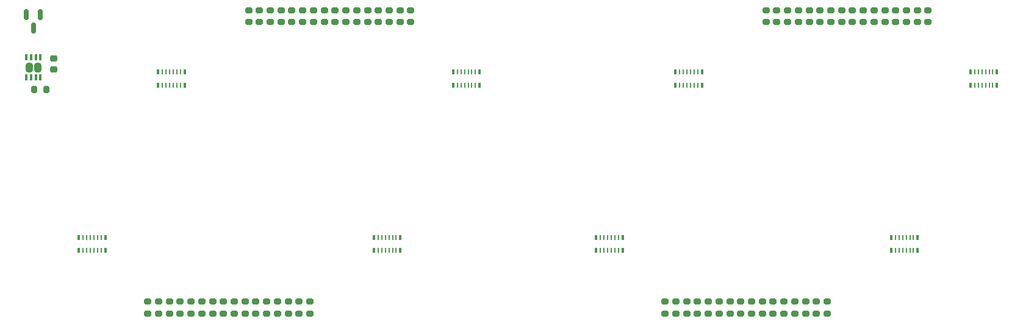
<source format=gbp>
G04 #@! TF.GenerationSoftware,KiCad,Pcbnew,9.0.6*
G04 #@! TF.CreationDate,2025-12-17T10:29:11+01:00*
G04 #@! TF.ProjectId,OM-64DO,4f4d2d36-3444-44f2-9e6b-696361645f70,1A*
G04 #@! TF.SameCoordinates,Original*
G04 #@! TF.FileFunction,Paste,Bot*
G04 #@! TF.FilePolarity,Positive*
%FSLAX46Y46*%
G04 Gerber Fmt 4.6, Leading zero omitted, Abs format (unit mm)*
G04 Created by KiCad (PCBNEW 9.0.6) date 2025-12-17 10:29:11*
%MOMM*%
%LPD*%
G01*
G04 APERTURE LIST*
G04 Aperture macros list*
%AMRoundRect*
0 Rectangle with rounded corners*
0 $1 Rounding radius*
0 $2 $3 $4 $5 $6 $7 $8 $9 X,Y pos of 4 corners*
0 Add a 4 corners polygon primitive as box body*
4,1,4,$2,$3,$4,$5,$6,$7,$8,$9,$2,$3,0*
0 Add four circle primitives for the rounded corners*
1,1,$1+$1,$2,$3*
1,1,$1+$1,$4,$5*
1,1,$1+$1,$6,$7*
1,1,$1+$1,$8,$9*
0 Add four rect primitives between the rounded corners*
20,1,$1+$1,$2,$3,$4,$5,0*
20,1,$1+$1,$4,$5,$6,$7,0*
20,1,$1+$1,$6,$7,$8,$9,0*
20,1,$1+$1,$8,$9,$2,$3,0*%
G04 Aperture macros list end*
%ADD10RoundRect,0.200000X-0.275000X0.200000X-0.275000X-0.200000X0.275000X-0.200000X0.275000X0.200000X0*%
%ADD11R,0.425000X0.800000*%
%ADD12R,0.250000X0.800000*%
%ADD13RoundRect,0.200000X0.275000X-0.200000X0.275000X0.200000X-0.275000X0.200000X-0.275000X-0.200000X0*%
%ADD14RoundRect,0.225000X0.250000X-0.225000X0.250000X0.225000X-0.250000X0.225000X-0.250000X-0.225000X0*%
%ADD15RoundRect,0.200000X-0.200000X-0.275000X0.200000X-0.275000X0.200000X0.275000X-0.200000X0.275000X0*%
%ADD16RoundRect,0.150000X-0.150000X0.587500X-0.150000X-0.587500X0.150000X-0.587500X0.150000X0.587500X0*%
%ADD17RoundRect,0.075000X0.075000X-0.362500X0.075000X0.362500X-0.075000X0.362500X-0.075000X-0.362500X0*%
%ADD18RoundRect,0.242500X0.242500X-0.402500X0.242500X0.402500X-0.242500X0.402500X-0.242500X-0.402500X0*%
G04 APERTURE END LIST*
D10*
G04 #@! TO.C,R501*
X205100000Y-125000000D03*
X205100000Y-126650000D03*
G04 #@! TD*
G04 #@! TO.C,R502*
X203600000Y-125000000D03*
X203600000Y-126650000D03*
G04 #@! TD*
G04 #@! TO.C,R503*
X202100000Y-125000000D03*
X202100000Y-126650000D03*
G04 #@! TD*
G04 #@! TO.C,R504*
X200600000Y-125000000D03*
X200600000Y-126650000D03*
G04 #@! TD*
G04 #@! TO.C,R505*
X199100000Y-125000000D03*
X199100000Y-126650000D03*
G04 #@! TD*
G04 #@! TO.C,R506*
X197600000Y-125000000D03*
X197600000Y-126650000D03*
G04 #@! TD*
G04 #@! TO.C,R507*
X196100000Y-125000000D03*
X196100000Y-126650000D03*
G04 #@! TD*
G04 #@! TO.C,R508*
X194600000Y-125000000D03*
X194600000Y-126650000D03*
G04 #@! TD*
G04 #@! TO.C,R509*
X193100000Y-125000000D03*
X193100000Y-126650000D03*
G04 #@! TD*
G04 #@! TO.C,R510*
X191600000Y-125000000D03*
X191600000Y-126650000D03*
G04 #@! TD*
G04 #@! TO.C,R511*
X190100000Y-125000000D03*
X190100000Y-126650000D03*
G04 #@! TD*
G04 #@! TO.C,R512*
X188600000Y-125000000D03*
X188600000Y-126650000D03*
G04 #@! TD*
G04 #@! TO.C,R513*
X187100000Y-125000000D03*
X187100000Y-126650000D03*
G04 #@! TD*
G04 #@! TO.C,R514*
X185600000Y-125000000D03*
X185600000Y-126650000D03*
G04 #@! TD*
G04 #@! TO.C,R515*
X184100000Y-125000000D03*
X184100000Y-126650000D03*
G04 #@! TD*
G04 #@! TO.C,R516*
X182600000Y-125000000D03*
X182600000Y-126650000D03*
G04 #@! TD*
D11*
G04 #@! TO.C,RN502*
X217662500Y-117900000D03*
D12*
X217075000Y-117900000D03*
X216575000Y-117900000D03*
X216075000Y-117900000D03*
X215575000Y-117900000D03*
X215075000Y-117900000D03*
X214575000Y-117900000D03*
D11*
X213987500Y-117900000D03*
X213987500Y-116100000D03*
D12*
X214575000Y-116100000D03*
X215075000Y-116100000D03*
X215575000Y-116100000D03*
X216075000Y-116100000D03*
X216575000Y-116100000D03*
X217075000Y-116100000D03*
D11*
X217662500Y-116100000D03*
G04 #@! TD*
G04 #@! TO.C,RN504*
X176712500Y-117900000D03*
D12*
X176125000Y-117900000D03*
X175625000Y-117900000D03*
X175125000Y-117900000D03*
X174625000Y-117900000D03*
X174125000Y-117900000D03*
X173625000Y-117900000D03*
D11*
X173037500Y-117900000D03*
X173037500Y-116100000D03*
D12*
X173625000Y-116100000D03*
X174125000Y-116100000D03*
X174625000Y-116100000D03*
X175125000Y-116100000D03*
X175625000Y-116100000D03*
X176125000Y-116100000D03*
D11*
X176712500Y-116100000D03*
G04 #@! TD*
D13*
G04 #@! TO.C,R206*
X132300000Y-84500000D03*
X132300000Y-86150000D03*
G04 #@! TD*
G04 #@! TO.C,R201*
X124800000Y-86150000D03*
X124800000Y-84500000D03*
G04 #@! TD*
D11*
G04 #@! TO.C,RN204*
X153187500Y-93100000D03*
D12*
X153775000Y-93100000D03*
X154275000Y-93100000D03*
X154775000Y-93100000D03*
X155275000Y-93100000D03*
X155775000Y-93100000D03*
X156275000Y-93100000D03*
D11*
X156862500Y-93100000D03*
X156862500Y-94900000D03*
D12*
X156275000Y-94900000D03*
X155775000Y-94900000D03*
X155275000Y-94900000D03*
X154775000Y-94900000D03*
X154275000Y-94900000D03*
X153775000Y-94900000D03*
D11*
X153187500Y-94900000D03*
G04 #@! TD*
D13*
G04 #@! TO.C,R208*
X135300000Y-84500000D03*
X135300000Y-86150000D03*
G04 #@! TD*
G04 #@! TO.C,R203*
X127800000Y-84500000D03*
X127800000Y-86150000D03*
G04 #@! TD*
D11*
G04 #@! TO.C,RN202*
X112237500Y-93100000D03*
D12*
X112825000Y-93100000D03*
X113325000Y-93100000D03*
X113825000Y-93100000D03*
X114325000Y-93100000D03*
X114825000Y-93100000D03*
X115325000Y-93100000D03*
D11*
X115912500Y-93100000D03*
X115912500Y-94900000D03*
D12*
X115325000Y-94900000D03*
X114825000Y-94900000D03*
X114325000Y-94900000D03*
X113825000Y-94900000D03*
X113325000Y-94900000D03*
X112825000Y-94900000D03*
D11*
X112237500Y-94900000D03*
G04 #@! TD*
D13*
G04 #@! TO.C,R207*
X133800000Y-84500000D03*
X133800000Y-86150000D03*
G04 #@! TD*
G04 #@! TO.C,R204*
X129300000Y-84500000D03*
X129300000Y-86150000D03*
G04 #@! TD*
G04 #@! TO.C,R210*
X138300000Y-84500000D03*
X138300000Y-86150000D03*
G04 #@! TD*
G04 #@! TO.C,R209*
X136800000Y-84500000D03*
X136800000Y-86150000D03*
G04 #@! TD*
G04 #@! TO.C,R211*
X139800000Y-86150000D03*
X139800000Y-84500000D03*
G04 #@! TD*
G04 #@! TO.C,R213*
X142800000Y-86150000D03*
X142800000Y-84500000D03*
G04 #@! TD*
G04 #@! TO.C,R212*
X141300000Y-86150000D03*
X141300000Y-84500000D03*
G04 #@! TD*
G04 #@! TO.C,R214*
X144300000Y-86150000D03*
X144300000Y-84500000D03*
G04 #@! TD*
G04 #@! TO.C,R215*
X145800000Y-86150000D03*
X145800000Y-84500000D03*
G04 #@! TD*
G04 #@! TO.C,R205*
X130800000Y-84500000D03*
X130800000Y-86150000D03*
G04 #@! TD*
G04 #@! TO.C,R202*
X126300000Y-86150000D03*
X126300000Y-84500000D03*
G04 #@! TD*
G04 #@! TO.C,R216*
X147300000Y-86150000D03*
X147300000Y-84500000D03*
G04 #@! TD*
D14*
G04 #@! TO.C,C103*
X97743750Y-92775000D03*
X97743750Y-91225000D03*
G04 #@! TD*
D15*
G04 #@! TO.C,R102*
X95068750Y-95500000D03*
X96718750Y-95500000D03*
G04 #@! TD*
D16*
G04 #@! TO.C,D101*
X93968750Y-85125000D03*
X95868750Y-85125000D03*
X94918750Y-87000000D03*
G04 #@! TD*
D17*
G04 #@! TO.C,U102*
X95893750Y-91000000D03*
X95243750Y-91000000D03*
X94593750Y-91000000D03*
X93943750Y-91000000D03*
X93943750Y-93875000D03*
X94593750Y-93875000D03*
X95243750Y-93875000D03*
X95893750Y-93875000D03*
D18*
X95518750Y-92437500D03*
X94318750Y-92437500D03*
G04 #@! TD*
D11*
G04 #@! TO.C,RN402*
X145862500Y-117900000D03*
D12*
X145275000Y-117900000D03*
X144775000Y-117900000D03*
X144275000Y-117900000D03*
X143775000Y-117900000D03*
X143275000Y-117900000D03*
X142775000Y-117900000D03*
D11*
X142187500Y-117900000D03*
X142187500Y-116100000D03*
D12*
X142775000Y-116100000D03*
X143275000Y-116100000D03*
X143775000Y-116100000D03*
X144275000Y-116100000D03*
X144775000Y-116100000D03*
X145275000Y-116100000D03*
D11*
X145862500Y-116100000D03*
G04 #@! TD*
D10*
G04 #@! TO.C,R402*
X131800000Y-125000000D03*
X131800000Y-126650000D03*
G04 #@! TD*
G04 #@! TO.C,R413*
X115300000Y-125000000D03*
X115300000Y-126650000D03*
G04 #@! TD*
G04 #@! TO.C,R415*
X112300000Y-125000000D03*
X112300000Y-126650000D03*
G04 #@! TD*
G04 #@! TO.C,R407*
X124300000Y-125000000D03*
X124300000Y-126650000D03*
G04 #@! TD*
G04 #@! TO.C,R401*
X133300000Y-125000000D03*
X133300000Y-126650000D03*
G04 #@! TD*
G04 #@! TO.C,R416*
X110800000Y-125000000D03*
X110800000Y-126650000D03*
G04 #@! TD*
G04 #@! TO.C,R403*
X130300000Y-125000000D03*
X130300000Y-126650000D03*
G04 #@! TD*
G04 #@! TO.C,R406*
X125800000Y-125000000D03*
X125800000Y-126650000D03*
G04 #@! TD*
D11*
G04 #@! TO.C,RN404*
X104912500Y-116100000D03*
D12*
X104325000Y-116100000D03*
X103825000Y-116100000D03*
X103325000Y-116100000D03*
X102825000Y-116100000D03*
X102325000Y-116100000D03*
X101825000Y-116100000D03*
D11*
X101237500Y-116100000D03*
X101237500Y-117900000D03*
D12*
X101825000Y-117900000D03*
X102325000Y-117900000D03*
X102825000Y-117900000D03*
X103325000Y-117900000D03*
X103825000Y-117900000D03*
X104325000Y-117900000D03*
D11*
X104912500Y-117900000D03*
G04 #@! TD*
D10*
G04 #@! TO.C,R405*
X127300000Y-125000000D03*
X127300000Y-126650000D03*
G04 #@! TD*
G04 #@! TO.C,R411*
X118300000Y-125000000D03*
X118300000Y-126650000D03*
G04 #@! TD*
G04 #@! TO.C,R414*
X113800000Y-125000000D03*
X113800000Y-126650000D03*
G04 #@! TD*
G04 #@! TO.C,R410*
X119800000Y-125000000D03*
X119800000Y-126650000D03*
G04 #@! TD*
G04 #@! TO.C,R404*
X128800000Y-125000000D03*
X128800000Y-126650000D03*
G04 #@! TD*
G04 #@! TO.C,R409*
X121300000Y-125000000D03*
X121300000Y-126650000D03*
G04 #@! TD*
G04 #@! TO.C,R412*
X116800000Y-125000000D03*
X116800000Y-126650000D03*
G04 #@! TD*
G04 #@! TO.C,R408*
X122800000Y-125000000D03*
X122800000Y-126650000D03*
G04 #@! TD*
D13*
G04 #@! TO.C,R309*
X208600000Y-84500000D03*
X208600000Y-86150000D03*
G04 #@! TD*
G04 #@! TO.C,R304*
X201100000Y-84500000D03*
X201100000Y-86150000D03*
G04 #@! TD*
G04 #@! TO.C,R316*
X219100000Y-84500000D03*
X219100000Y-86150000D03*
G04 #@! TD*
G04 #@! TO.C,R313*
X214600000Y-84500000D03*
X214600000Y-86150000D03*
G04 #@! TD*
G04 #@! TO.C,R301*
X196600000Y-84500000D03*
X196600000Y-86150000D03*
G04 #@! TD*
G04 #@! TO.C,R307*
X205600000Y-84500000D03*
X205600000Y-86150000D03*
G04 #@! TD*
G04 #@! TO.C,R303*
X199600000Y-84500000D03*
X199600000Y-86150000D03*
G04 #@! TD*
G04 #@! TO.C,R311*
X211600000Y-84500000D03*
X211600000Y-86150000D03*
G04 #@! TD*
G04 #@! TO.C,R314*
X216100000Y-84500000D03*
X216100000Y-86150000D03*
G04 #@! TD*
G04 #@! TO.C,R315*
X217600000Y-84500000D03*
X217600000Y-86150000D03*
G04 #@! TD*
D11*
G04 #@! TO.C,RN302*
X184037500Y-94900000D03*
D12*
X184625000Y-94900000D03*
X185125000Y-94900000D03*
X185625000Y-94900000D03*
X186125000Y-94900000D03*
X186625000Y-94900000D03*
X187125000Y-94900000D03*
D11*
X187712500Y-94900000D03*
X187712500Y-93100000D03*
D12*
X187125000Y-93100000D03*
X186625000Y-93100000D03*
X186125000Y-93100000D03*
X185625000Y-93100000D03*
X185125000Y-93100000D03*
X184625000Y-93100000D03*
D11*
X184037500Y-93100000D03*
G04 #@! TD*
D13*
G04 #@! TO.C,R308*
X207100000Y-84500000D03*
X207100000Y-86150000D03*
G04 #@! TD*
G04 #@! TO.C,R306*
X204100000Y-84500000D03*
X204100000Y-86150000D03*
G04 #@! TD*
G04 #@! TO.C,R302*
X198100000Y-84500000D03*
X198100000Y-86150000D03*
G04 #@! TD*
G04 #@! TO.C,R305*
X202600000Y-84500000D03*
X202600000Y-86150000D03*
G04 #@! TD*
G04 #@! TO.C,R312*
X213100000Y-84500000D03*
X213100000Y-86150000D03*
G04 #@! TD*
G04 #@! TO.C,R310*
X210100000Y-84500000D03*
X210100000Y-86150000D03*
G04 #@! TD*
D11*
G04 #@! TO.C,RN304*
X224987500Y-94900000D03*
D12*
X225575000Y-94900000D03*
X226075000Y-94900000D03*
X226575000Y-94900000D03*
X227075000Y-94900000D03*
X227575000Y-94900000D03*
X228075000Y-94900000D03*
D11*
X228662500Y-94900000D03*
X228662500Y-93100000D03*
D12*
X228075000Y-93100000D03*
X227575000Y-93100000D03*
X227075000Y-93100000D03*
X226575000Y-93100000D03*
X226075000Y-93100000D03*
X225575000Y-93100000D03*
D11*
X224987500Y-93100000D03*
G04 #@! TD*
M02*

</source>
